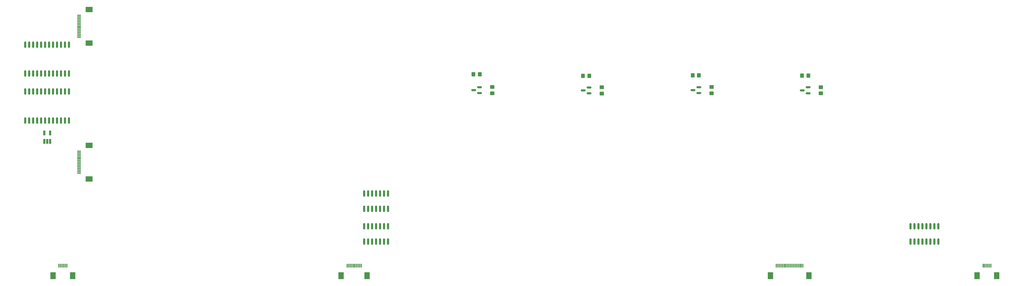
<source format=gbr>
%TF.GenerationSoftware,KiCad,Pcbnew,7.0.7*%
%TF.CreationDate,2024-01-26T16:38:04-05:00*%
%TF.ProjectId,midi-controller_main-board,6d696469-2d63-46f6-9e74-726f6c6c6572,rev?*%
%TF.SameCoordinates,Original*%
%TF.FileFunction,Paste,Bot*%
%TF.FilePolarity,Positive*%
%FSLAX46Y46*%
G04 Gerber Fmt 4.6, Leading zero omitted, Abs format (unit mm)*
G04 Created by KiCad (PCBNEW 7.0.7) date 2024-01-26 16:38:04*
%MOMM*%
%LPD*%
G01*
G04 APERTURE LIST*
G04 Aperture macros list*
%AMRoundRect*
0 Rectangle with rounded corners*
0 $1 Rounding radius*
0 $2 $3 $4 $5 $6 $7 $8 $9 X,Y pos of 4 corners*
0 Add a 4 corners polygon primitive as box body*
4,1,4,$2,$3,$4,$5,$6,$7,$8,$9,$2,$3,0*
0 Add four circle primitives for the rounded corners*
1,1,$1+$1,$2,$3*
1,1,$1+$1,$4,$5*
1,1,$1+$1,$6,$7*
1,1,$1+$1,$8,$9*
0 Add four rect primitives between the rounded corners*
20,1,$1+$1,$2,$3,$4,$5,0*
20,1,$1+$1,$4,$5,$6,$7,0*
20,1,$1+$1,$6,$7,$8,$9,0*
20,1,$1+$1,$8,$9,$2,$3,0*%
G04 Aperture macros list end*
%ADD10RoundRect,0.250000X0.350000X0.450000X-0.350000X0.450000X-0.350000X-0.450000X0.350000X-0.450000X0*%
%ADD11RoundRect,0.250000X-0.450000X0.350000X-0.450000X-0.350000X0.450000X-0.350000X0.450000X0.350000X0*%
%ADD12RoundRect,0.150000X-0.150000X0.875000X-0.150000X-0.875000X0.150000X-0.875000X0.150000X0.875000X0*%
%ADD13R,0.650000X1.560000*%
%ADD14RoundRect,0.150000X0.587500X0.150000X-0.587500X0.150000X-0.587500X-0.150000X0.587500X-0.150000X0*%
%ADD15R,1.300000X0.300000*%
%ADD16R,2.200000X1.800000*%
%ADD17RoundRect,0.150000X-0.150000X0.825000X-0.150000X-0.825000X0.150000X-0.825000X0.150000X0.825000X0*%
%ADD18R,0.300000X1.300000*%
%ADD19R,1.800000X2.200000*%
G04 APERTURE END LIST*
D10*
%TO.C,R10*%
X269240500Y-123754000D03*
X267240500Y-123754000D03*
%TD*%
D11*
%TO.C,R7*%
X238240500Y-127604000D03*
X238240500Y-129604000D03*
%TD*%
D12*
%TO.C,U9*%
X54193000Y-128904000D03*
X55463000Y-128904000D03*
X56733000Y-128904000D03*
X58003000Y-128904000D03*
X59273000Y-128904000D03*
X60543000Y-128904000D03*
X61813000Y-128904000D03*
X63083000Y-128904000D03*
X64353000Y-128904000D03*
X65623000Y-128904000D03*
X66893000Y-128904000D03*
X68163000Y-128904000D03*
X68163000Y-138204000D03*
X66893000Y-138204000D03*
X65623000Y-138204000D03*
X64353000Y-138204000D03*
X63083000Y-138204000D03*
X61813000Y-138204000D03*
X60543000Y-138204000D03*
X59273000Y-138204000D03*
X58003000Y-138204000D03*
X56733000Y-138204000D03*
X55463000Y-138204000D03*
X54193000Y-138204000D03*
%TD*%
D11*
%TO.C,R11*%
X308178000Y-127554000D03*
X308178000Y-129554000D03*
%TD*%
D13*
%TO.C,U13*%
X62128000Y-144904000D03*
X61178000Y-144904000D03*
X60228000Y-144904000D03*
X60228000Y-142204000D03*
X62128000Y-142204000D03*
%TD*%
D14*
%TO.C,Q4*%
X304115500Y-127604000D03*
X304115500Y-129504000D03*
X302240500Y-128554000D03*
%TD*%
D15*
%TO.C,J4*%
X71328000Y-148054000D03*
X71328000Y-148554000D03*
X71328000Y-149054000D03*
X71328000Y-149554000D03*
X71328000Y-150054000D03*
X71328000Y-150554000D03*
X71328000Y-151054000D03*
X71328000Y-151554000D03*
X71328000Y-152054000D03*
X71328000Y-152554000D03*
X71328000Y-153054000D03*
X71328000Y-153554000D03*
X71328000Y-154054000D03*
X71328000Y-154554000D03*
X71328000Y-155054000D03*
D16*
X74578000Y-146154000D03*
X74578000Y-156954000D03*
%TD*%
D10*
%TO.C,R8*%
X234240500Y-123904000D03*
X232240500Y-123904000D03*
%TD*%
D17*
%TO.C,U8*%
X162368000Y-161604000D03*
X163638000Y-161604000D03*
X164908000Y-161604000D03*
X166178000Y-161604000D03*
X167448000Y-161604000D03*
X168718000Y-161604000D03*
X169988000Y-161604000D03*
X169988000Y-166554000D03*
X168718000Y-166554000D03*
X167448000Y-166554000D03*
X166178000Y-166554000D03*
X164908000Y-166554000D03*
X163638000Y-166554000D03*
X162368000Y-166554000D03*
%TD*%
D18*
%TO.C,J3*%
X161428000Y-184704000D03*
X160928000Y-184704000D03*
X160428000Y-184704000D03*
X159928000Y-184704000D03*
X159428000Y-184704000D03*
X158928000Y-184704000D03*
X158428000Y-184704000D03*
X157928000Y-184704000D03*
X157428000Y-184704000D03*
X156928000Y-184704000D03*
D19*
X163328000Y-187954000D03*
X155028000Y-187954000D03*
%TD*%
D11*
%TO.C,R9*%
X273240500Y-127504000D03*
X273240500Y-129504000D03*
%TD*%
D14*
%TO.C,Q2*%
X234178000Y-127654000D03*
X234178000Y-129554000D03*
X232303000Y-128604000D03*
%TD*%
D10*
%TO.C,R6*%
X199240500Y-123454000D03*
X197240500Y-123454000D03*
%TD*%
D18*
%TO.C,DS1*%
X302428000Y-184704000D03*
X301928000Y-184704000D03*
X301428000Y-184704000D03*
X300928000Y-184704000D03*
X300428000Y-184704000D03*
X299928000Y-184704000D03*
X299428000Y-184704000D03*
X298928000Y-184704000D03*
X298428000Y-184704000D03*
X297928000Y-184704000D03*
X297428000Y-184704000D03*
X296928000Y-184704000D03*
X296428000Y-184704000D03*
X295928000Y-184704000D03*
X295428000Y-184704000D03*
X294928000Y-184704000D03*
X294428000Y-184704000D03*
X293928000Y-184704000D03*
D19*
X304328000Y-187954000D03*
X292028000Y-187954000D03*
%TD*%
D15*
%TO.C,J2*%
X71328000Y-104554000D03*
X71328000Y-105054000D03*
X71328000Y-105554000D03*
X71328000Y-106054000D03*
X71328000Y-106554000D03*
X71328000Y-107054000D03*
X71328000Y-107554000D03*
X71328000Y-108054000D03*
X71328000Y-108554000D03*
X71328000Y-109054000D03*
X71328000Y-109554000D03*
X71328000Y-110054000D03*
X71328000Y-110554000D03*
X71328000Y-111054000D03*
X71328000Y-111554000D03*
D16*
X74578000Y-102654000D03*
X74578000Y-113454000D03*
%TD*%
D17*
%TO.C,U10*%
X162368000Y-172079000D03*
X163638000Y-172079000D03*
X164908000Y-172079000D03*
X166178000Y-172079000D03*
X167448000Y-172079000D03*
X168718000Y-172079000D03*
X169988000Y-172079000D03*
X169988000Y-177029000D03*
X168718000Y-177029000D03*
X167448000Y-177029000D03*
X166178000Y-177029000D03*
X164908000Y-177029000D03*
X163638000Y-177029000D03*
X162368000Y-177029000D03*
%TD*%
D18*
%TO.C,J6*%
X67428000Y-184704000D03*
X66928000Y-184704000D03*
X66428000Y-184704000D03*
X65928000Y-184704000D03*
X65428000Y-184704000D03*
X64928000Y-184704000D03*
D19*
X69328000Y-187954000D03*
X63028000Y-187954000D03*
%TD*%
D14*
%TO.C,Q1*%
X199178000Y-127554000D03*
X199178000Y-129454000D03*
X197303000Y-128504000D03*
%TD*%
D11*
%TO.C,R5*%
X203240500Y-127504000D03*
X203240500Y-129504000D03*
%TD*%
D10*
%TO.C,R12*%
X304178000Y-123804000D03*
X302178000Y-123804000D03*
%TD*%
D17*
%TO.C,U5*%
X336733000Y-172079000D03*
X338003000Y-172079000D03*
X339273000Y-172079000D03*
X340543000Y-172079000D03*
X341813000Y-172079000D03*
X343083000Y-172079000D03*
X344353000Y-172079000D03*
X345623000Y-172079000D03*
X345623000Y-177029000D03*
X344353000Y-177029000D03*
X343083000Y-177029000D03*
X341813000Y-177029000D03*
X340543000Y-177029000D03*
X339273000Y-177029000D03*
X338003000Y-177029000D03*
X336733000Y-177029000D03*
%TD*%
D18*
%TO.C,J5*%
X362428000Y-184704000D03*
X361928000Y-184704000D03*
X361428000Y-184704000D03*
X360928000Y-184704000D03*
X360428000Y-184704000D03*
X359928000Y-184704000D03*
D19*
X364328000Y-187954000D03*
X358028000Y-187954000D03*
%TD*%
D12*
%TO.C,U7*%
X54193000Y-113904000D03*
X55463000Y-113904000D03*
X56733000Y-113904000D03*
X58003000Y-113904000D03*
X59273000Y-113904000D03*
X60543000Y-113904000D03*
X61813000Y-113904000D03*
X63083000Y-113904000D03*
X64353000Y-113904000D03*
X65623000Y-113904000D03*
X66893000Y-113904000D03*
X68163000Y-113904000D03*
X68163000Y-123204000D03*
X66893000Y-123204000D03*
X65623000Y-123204000D03*
X64353000Y-123204000D03*
X63083000Y-123204000D03*
X61813000Y-123204000D03*
X60543000Y-123204000D03*
X59273000Y-123204000D03*
X58003000Y-123204000D03*
X56733000Y-123204000D03*
X55463000Y-123204000D03*
X54193000Y-123204000D03*
%TD*%
D14*
%TO.C,Q3*%
X269178000Y-127554000D03*
X269178000Y-129454000D03*
X267303000Y-128504000D03*
%TD*%
M02*

</source>
